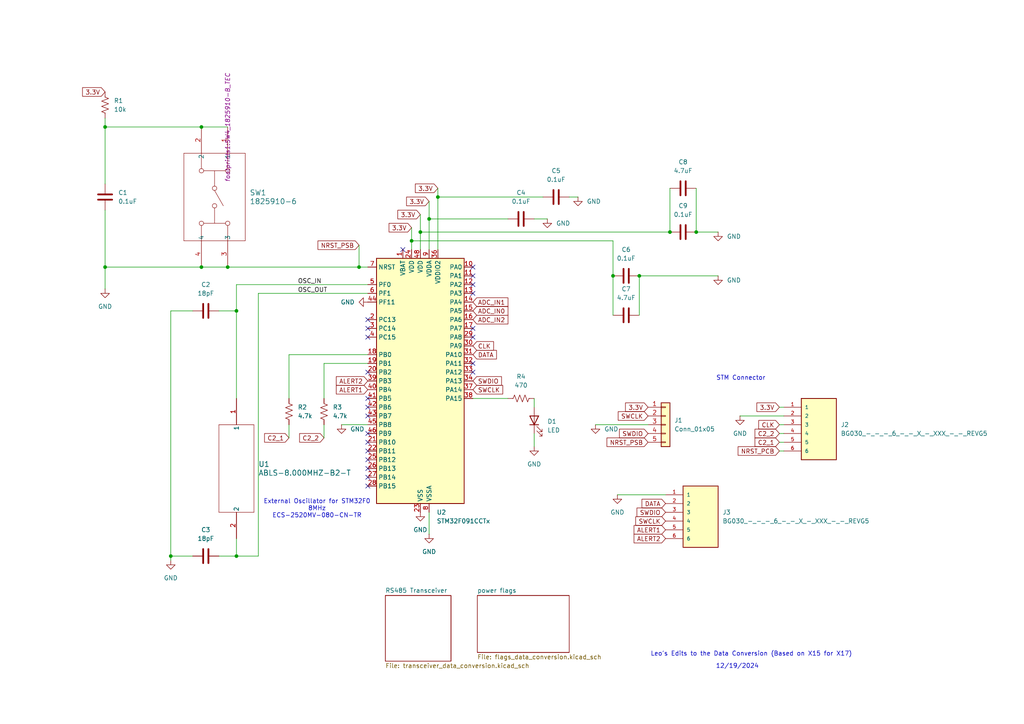
<source format=kicad_sch>
(kicad_sch (version 20231120) (generator "eeschema") (generator_version "8.0")
  (paper "A4")
  (lib_symbols
    (symbol "BG030_-_-_-_6_-_-_X_-_XXX_-_-_REVG5:BG030_-_-_-_6_-_-_X_-_XXX_-_-_REVG5" (pin_names (offset 1.016))
      (property "Reference" "J" (at -5.08 8.509 0))
      (property "Value" "BG030_-_-_-_6_-_-_X_-_XXX_-_-_REVG5" (at -5.08 -12.7 0))
      (symbol "BG030_-_-_-_6_-_-_X_-_XXX_-_-_REVG5_0_0"
        (rectangle (start -5.08 7.62) (end 5.08 -10.16) (stroke (width 0.254)) (fill (type background)))
        (pin passive line (at -10.16 5.08 0) (length 5.08) (name "1") (number "1"))
        (pin passive line (at -10.16 2.54 0) (length 5.08) (name "2") (number "2"))
        (pin passive line (at -10.16 0 0) (length 5.08) (name "3") (number "3"))
        (pin passive line (at -10.16 -2.54 0) (length 5.08) (name "4") (number "4"))
        (pin passive line (at -10.16 -5.08 0) (length 5.08) (name "5") (number "5"))
        (pin passive line (at -10.16 -7.62 0) (length 5.08) (name "6") (number "6"))
      )
    )
    (symbol "Connector_Generic:Conn_01x05" (pin_names (offset 1.016) hide)
      (property "Reference" "J" (at 0 7.62 0))
      (property "Value" "Conn_01x05" (at 0 -7.62 0))
      (symbol "Conn_01x05_1_1"
        (rectangle (start -1.27 -4.953) (end 0 -5.207) (stroke (width 0.1524)))
        (rectangle (start -1.27 -2.413) (end 0 -2.667) (stroke (width 0.1524)))
        (rectangle (start -1.27 0.127) (end 0 -0.127) (stroke (width 0.1524)))
        (rectangle (start -1.27 2.667) (end 0 2.413) (stroke (width 0.1524)))
        (rectangle (start -1.27 5.207) (end 0 4.953) (stroke (width 0.1524)))
        (rectangle (start -1.27 6.35) (end 1.27 -6.35) (stroke (width 0.254)) (fill (type background)))
        (pin passive line (at -5.08 5.08 0) (length 3.81) (name "Pin_1") (number "1"))
        (pin passive line (at -5.08 2.54 0) (length 3.81) (name "Pin_2") (number "2"))
        (pin passive line (at -5.08 0 0) (length 3.81) (name "Pin_3") (number "3"))
        (pin passive line (at -5.08 -2.54 0) (length 3.81) (name "Pin_4") (number "4"))
        (pin passive line (at -5.08 -5.08 0) (length 3.81) (name "Pin_5") (number "5"))
      )
    )
    (symbol "Device:C" (pin_numbers hide) (pin_names (offset 0.254))
      (property "Reference" "C" (at 0.635 2.54 0))
      (property "Value" "C" (at 0.635 -2.54 0))
      (symbol "C_0_1"
        (polyline (pts (xy -2.032 -0.762) (xy 2.032 -0.762)) (stroke (width 0.508)))
        (polyline (pts (xy -2.032 0.762) (xy 2.032 0.762)) (stroke (width 0.508)))
      )
      (symbol "C_1_1"
        (pin passive line (at 0 3.81 270) (length 2.794) (name "~") (number "1"))
        (pin passive line (at 0 -3.81 90) (length 2.794) (name "~") (number "2"))
      )
    )
    (symbol "Device:LED" (pin_numbers hide) (pin_names (offset 1.016) hide)
      (property "Reference" "D" (at 0 2.54 0))
      (property "Value" "LED" (at 0 -2.54 0))
      (symbol "LED_0_1"
        (polyline (pts (xy -1.27 -1.27) (xy -1.27 1.27)) (stroke (width 0.254)))
        (polyline (pts (xy -1.27 0) (xy 1.27 0)))
        (polyline (pts (xy 1.27 -1.27) (xy 1.27 1.27) (xy -1.27 0) (xy 1.27 -1.27)) (stroke (width 0.254)))
        (polyline (pts (xy -3.048 -0.762) (xy -4.572 -2.286) (xy -3.81 -2.286) (xy -4.572 -2.286) (xy -4.572 -1.524)))
        (polyline (pts (xy -1.778 -0.762) (xy -3.302 -2.286) (xy -2.54 -2.286) (xy -3.302 -2.286) (xy -3.302 -1.524)))
      )
      (symbol "LED_1_1"
        (pin passive line (at -3.81 0 0) (length 2.54) (name "K") (number "1"))
        (pin passive line (at 3.81 0 180) (length 2.54) (name "A") (number "2"))
      )
    )
    (symbol "Device:R_US" (pin_numbers hide) (pin_names (offset 0))
      (property "Reference" "R" (at 2.54 0 90))
      (property "Value" "R_US" (at -2.54 0 90))
      (symbol "R_US_0_1"
        (polyline (pts (xy 0 -2.286) (xy 0 -2.54)))
        (polyline (pts (xy 0 2.286) (xy 0 2.54)))
        (polyline (pts (xy 0 -0.762) (xy 1.016 -1.143) (xy 0 -1.524) (xy -1.016 -1.905) (xy 0 -2.286)))
        (polyline (pts (xy 0 0.762) (xy 1.016 0.381) (xy 0 0) (xy -1.016 -0.381) (xy 0 -0.762)))
        (polyline (pts (xy 0 2.286) (xy 1.016 1.905) (xy 0 1.524) (xy -1.016 1.143) (xy 0 0.762)))
      )
      (symbol "R_US_1_1"
        (pin passive line (at 0 3.81 270) (length 1.27) (name "~") (number "1"))
        (pin passive line (at 0 -3.81 90) (length 1.27) (name "~") (number "2"))
      )
    )
    (symbol "MCU_ST_STM32F0:STM32F091CCTx"
      (property "Reference" "U" (at -12.7 36.83 0))
      (property "Value" "STM32F091CCTx" (at 7.62 36.83 0))
      (symbol "STM32F091CCTx_0_1"
        (rectangle (start -12.7 -35.56) (end 12.7 35.56) (stroke (width 0.254)) (fill (type background)))
      )
      (symbol "STM32F091CCTx_1_1"
        (pin power_in line (at -5.08 38.1 270) (length 2.54) (name "VBAT") (number "1"))
        (pin bidirectional line (at 15.24 33.02 180) (length 2.54) (name "PA0") (number "10"))
        (pin bidirectional line (at 15.24 30.48 180) (length 2.54) (name "PA1") (number "11"))
        (pin bidirectional line (at 15.24 27.94 180) (length 2.54) (name "PA2") (number "12"))
        (pin bidirectional line (at 15.24 25.4 180) (length 2.54) (name "PA3") (number "13"))
        (pin bidirectional line (at 15.24 22.86 180) (length 2.54) (name "PA4") (number "14"))
        (pin bidirectional line (at 15.24 20.32 180) (length 2.54) (name "PA5") (number "15"))
        (pin bidirectional line (at 15.24 17.78 180) (length 2.54) (name "PA6") (number "16"))
        (pin bidirectional line (at 15.24 15.24 180) (length 2.54) (name "PA7") (number "17"))
        (pin bidirectional line (at -15.24 7.62 0) (length 2.54) (name "PB0") (number "18"))
        (pin bidirectional line (at -15.24 5.08 0) (length 2.54) (name "PB1") (number "19"))
        (pin bidirectional line (at -15.24 17.78 0) (length 2.54) (name "PC13") (number "2"))
        (pin bidirectional line (at -15.24 2.54 0) (length 2.54) (name "PB2") (number "20"))
        (pin bidirectional line (at -15.24 -17.78 0) (length 2.54) (name "PB10") (number "21"))
        (pin bidirectional line (at -15.24 -20.32 0) (length 2.54) (name "PB11") (number "22"))
        (pin power_in line (at 0 -38.1 90) (length 2.54) (name "VSS") (number "23"))
        (pin power_in line (at -2.54 38.1 270) (length 2.54) (name "VDD") (number "24"))
        (pin bidirectional line (at -15.24 -22.86 0) (length 2.54) (name "PB12") (number "25"))
        (pin bidirectional line (at -15.24 -25.4 0) (length 2.54) (name "PB13") (number "26"))
        (pin bidirectional line (at -15.24 -27.94 0) (length 2.54) (name "PB14") (number "27"))
        (pin bidirectional line (at -15.24 -30.48 0) (length 2.54) (name "PB15") (number "28"))
        (pin bidirectional line (at 15.24 12.7 180) (length 2.54) (name "PA8") (number "29"))
        (pin bidirectional line (at -15.24 15.24 0) (length 2.54) (name "PC14") (number "3"))
        (pin bidirectional line (at 15.24 10.16 180) (length 2.54) (name "PA9") (number "30"))
        (pin bidirectional line (at 15.24 7.62 180) (length 2.54) (name "PA10") (number "31"))
        (pin bidirectional line (at 15.24 5.08 180) (length 2.54) (name "PA11") (number "32"))
        (pin bidirectional line (at 15.24 2.54 180) (length 2.54) (name "PA12") (number "33"))
        (pin bidirectional line (at 15.24 0 180) (length 2.54) (name "PA13") (number "34"))
        (pin passive line (at 0 -38.1 90) (length 2.54) hide (name "VSS") (number "35"))
        (pin power_in line (at 5.08 38.1 270) (length 2.54) (name "VDDIO2") (number "36"))
        (pin bidirectional line (at 15.24 -2.54 180) (length 2.54) (name "PA14") (number "37"))
        (pin bidirectional line (at 15.24 -5.08 180) (length 2.54) (name "PA15") (number "38"))
        (pin bidirectional line (at -15.24 0 0) (length 2.54) (name "PB3") (number "39"))
        (pin bidirectional line (at -15.24 12.7 0) (length 2.54) (name "PC15") (number "4"))
        (pin bidirectional line (at -15.24 -2.54 0) (length 2.54) (name "PB4") (number "40"))
        (pin bidirectional line (at -15.24 -5.08 0) (length 2.54) (name "PB5") (number "41"))
        (pin bidirectional line (at -15.24 -7.62 0) (length 2.54) (name "PB6") (number "42"))
        (pin bidirectional line (at -15.24 -10.16 0) (length 2.54) (name "PB7") (number "43"))
        (pin bidirectional line (at -15.24 22.86 0) (length 2.54) (name "PF11") (number "44"))
        (pin bidirectional line (at -15.24 -12.7 0) (length 2.54) (name "PB8") (number "45"))
        (pin bidirectional line (at -15.24 -15.24 0) (length 2.54) (name "PB9") (number "46"))
        (pin passive line (at 0 -38.1 90) (length 2.54) hide (name "VSS") (number "47"))
        (pin power_in line (at 0 38.1 270) (length 2.54) (name "VDD") (number "48"))
        (pin bidirectional line (at -15.24 27.94 0) (length 2.54) (name "PF0") (number "5"))
        (pin bidirectional line (at -15.24 25.4 0) (length 2.54) (name "PF1") (number "6"))
        (pin input line (at -15.24 33.02 0) (length 2.54) (name "NRST") (number "7"))
        (pin power_in line (at 2.54 -38.1 90) (length 2.54) (name "VSSA") (number "8"))
        (pin power_in line (at 2.54 38.1 270) (length 2.54) (name "VDDA") (number "9"))
      )
    )
    (symbol "STM Switch Symbol:1825910-6" (pin_names (offset 0.254))
      (property "Reference" "SW" (at 20.32 10.16 0))
      (property "Value" "1825910-6" (at 20.32 7.62 0))
      (symbol "1825910-6_0_1"
        (polyline (pts (xy 7.62 -12.7) (xy 33.02 -12.7)) (stroke (width 0.127)))
        (polyline (pts (xy 7.62 -7.62) (xy 12.065 -7.62)) (stroke (width 0.127)))
        (polyline (pts (xy 7.62 0) (xy 12.065 0)) (stroke (width 0.127)))
        (polyline (pts (xy 7.62 5.08) (xy 7.62 -12.7)) (stroke (width 0.127)))
        (polyline (pts (xy 12.7 -3.81) (xy 17.145 -3.81)) (stroke (width 0.127)))
        (polyline (pts (xy 12.7 -0.635) (xy 12.7 -6.985)) (stroke (width 0.127)))
        (polyline (pts (xy 18.415 -3.81) (xy 22.86 -1.27)) (stroke (width 0.127)))
        (polyline (pts (xy 27.94 -3.81) (xy 23.495 -3.81)) (stroke (width 0.127)))
        (polyline (pts (xy 27.94 -0.635) (xy 27.94 -6.985)) (stroke (width 0.127)))
        (polyline (pts (xy 33.02 -12.7) (xy 33.02 5.08)) (stroke (width 0.127)))
        (polyline (pts (xy 33.02 -7.62) (xy 28.575 -7.62)) (stroke (width 0.127)))
        (polyline (pts (xy 33.02 0) (xy 28.575 0)) (stroke (width 0.127)))
        (polyline (pts (xy 33.02 5.08) (xy 7.62 5.08)) (stroke (width 0.127)))
        (circle (center 12.7 -7.62) (radius 0.635) (stroke (width 0.127)))
        (circle (center 12.7 0) (radius 0.635) (stroke (width 0.127)))
        (circle (center 17.78 -3.81) (radius 0.635) (stroke (width 0.127)))
        (circle (center 22.86 -3.81) (radius 0.635) (stroke (width 0.127)))
        (circle (center 27.94 -7.62) (radius 0.635) (stroke (width 0.127)))
        (circle (center 27.94 0) (radius 0.635) (stroke (width 0.127)))
        (pin unspecified line (at 0 0 0) (length 7.62) (name "1") (number "1"))
        (pin unspecified line (at 0 -7.62 0) (length 7.62) (name "2") (number "2"))
        (pin unspecified line (at 40.64 0 180) (length 7.62) (name "3") (number "3"))
        (pin unspecified line (at 40.64 -7.62 180) (length 7.62) (name "4") (number "4"))
      )
    )
    (symbol "STM32_Oscillator:ABLS-8.000MHZ-B2-T" (pin_names (offset 0.254))
      (property "Reference" "U" (at 20.32 10.16 0))
      (property "Value" "ABLS-8.000MHZ-B2-T" (at 20.32 7.62 0))
      (symbol "ABLS-8.000MHZ-B2-T_0_1"
        (polyline (pts (xy 7.62 -5.08) (xy 33.02 -5.08)) (stroke (width 0.127)))
        (polyline (pts (xy 7.62 5.08) (xy 7.62 -5.08)) (stroke (width 0.127)))
        (polyline (pts (xy 33.02 -5.08) (xy 33.02 5.08)) (stroke (width 0.127)))
        (polyline (pts (xy 33.02 5.08) (xy 7.62 5.08)) (stroke (width 0.127)))
        (pin unspecified line (at 0 0 0) (length 7.62) (name "1") (number "1"))
        (pin unspecified line (at 40.64 0 180) (length 7.62) (name "2") (number "2"))
      )
    )
    (symbol "power:GND" (power) (pin_numbers hide) (pin_names (offset 0) hide)
      (property "Value" "GND" (at 0 -3.81 0))
      (symbol "GND_0_1"
        (polyline (pts (xy 0 0) (xy 0 -1.27) (xy 1.27 -1.27) (xy 0 -2.54) (xy -1.27 -1.27) (xy 0 -1.27)))
      )
      (symbol "GND_1_1"
        (pin power_in line (at 0 0 270) (length 0) (name "~") (number "1"))
      )
    )
  )
  (junction (at 66.04 77.47))
  (junction (at 30.48 36.83))
  (junction (at 49.53 161.29))
  (junction (at 124.46 63.5))
  (junction (at 58.42 36.83))
  (junction (at 127 57.15))
  (junction (at 194.31 67.31))
  (junction (at 121.92 67.31))
  (junction (at 68.58 90.17))
  (junction (at 30.48 77.47))
  (junction (at 185.42 80.01))
  (junction (at 201.93 67.31))
  (junction (at 58.42 77.47))
  (junction (at 68.58 161.29))
  (junction (at 104.14 77.47))
  (junction (at 119.38 69.85))
  (junction (at 177.8 80.01))
  (no_connect (at 137.16 107.95))
  (no_connect (at 116.84 72.39))
  (no_connect (at 137.16 82.55))
  (no_connect (at 106.68 95.25))
  (no_connect (at 137.16 85.09))
  (no_connect (at 137.16 97.79))
  (no_connect (at 106.68 118.11))
  (no_connect (at 137.16 95.25))
  (no_connect (at 106.68 115.57))
  (no_connect (at 106.68 107.95))
  (no_connect (at 137.16 77.47))
  (no_connect (at 137.16 105.41))
  (no_connect (at 106.68 138.43))
  (no_connect (at 106.68 120.65))
  (no_connect (at 106.68 125.73))
  (no_connect (at 137.16 80.01))
  (no_connect (at 106.68 92.71))
  (no_connect (at 106.68 135.89))
  (no_connect (at 106.68 97.79))
  (no_connect (at 106.68 140.97))
  (no_connect (at 106.68 128.27))
  (no_connect (at 106.68 133.35))
  (no_connect (at 106.68 130.81))
  (wire (pts (xy 185.42 80.01) (xy 185.42 91.44)))
  (wire (pts (xy 124.46 58.42) (xy 124.46 63.5)))
  (wire (pts (xy 30.48 60.96) (xy 30.48 77.47)))
  (wire (pts (xy 227.33 123.19) (xy 226.06 123.19)))
  (wire (pts (xy 58.42 77.47) (xy 66.04 77.47)))
  (wire (pts (xy 104.14 77.47) (xy 106.68 77.47)))
  (wire (pts (xy 119.38 69.85) (xy 119.38 66.04)))
  (wire (pts (xy 179.07 143.51) (xy 193.04 143.51)))
  (wire (pts (xy 227.33 128.27) (xy 226.06 128.27)))
  (wire (pts (xy 227.33 125.73) (xy 226.06 125.73)))
  (wire (pts (xy 68.58 82.55) (xy 68.58 90.17)))
  (wire (pts (xy 106.68 102.87) (xy 83.82 102.87)))
  (wire (pts (xy 165.1 57.15) (xy 167.64 57.15)))
  (wire (pts (xy 63.5 90.17) (xy 68.58 90.17)))
  (wire (pts (xy 30.48 36.83) (xy 30.48 53.34)))
  (wire (pts (xy 58.42 36.83) (xy 66.04 36.83)))
  (wire (pts (xy 68.58 90.17) (xy 68.58 115.57)))
  (wire (pts (xy 137.16 115.57) (xy 147.32 115.57)))
  (wire (pts (xy 93.98 105.41) (xy 93.98 115.57)))
  (wire (pts (xy 104.14 71.12) (xy 104.14 77.47)))
  (wire (pts (xy 30.48 77.47) (xy 58.42 77.47)))
  (wire (pts (xy 30.48 77.47) (xy 30.48 83.82)))
  (wire (pts (xy 83.82 127) (xy 83.82 123.19)))
  (wire (pts (xy 49.53 162.56) (xy 49.53 161.29)))
  (wire (pts (xy 227.33 118.11) (xy 226.06 118.11)))
  (wire (pts (xy 194.31 67.31) (xy 194.31 54.61)))
  (wire (pts (xy 154.94 125.73) (xy 154.94 129.54)))
  (wire (pts (xy 63.5 161.29) (xy 68.58 161.29)))
  (wire (pts (xy 83.82 102.87) (xy 83.82 115.57)))
  (wire (pts (xy 154.94 63.5) (xy 158.75 63.5)))
  (wire (pts (xy 121.92 67.31) (xy 121.92 72.39)))
  (wire (pts (xy 74.93 85.09) (xy 106.68 85.09)))
  (wire (pts (xy 119.38 72.39) (xy 119.38 69.85)))
  (wire (pts (xy 177.8 80.01) (xy 177.8 91.44)))
  (wire (pts (xy 121.92 67.31) (xy 194.31 67.31)))
  (wire (pts (xy 68.58 161.29) (xy 74.93 161.29)))
  (wire (pts (xy 68.58 156.21) (xy 68.58 161.29)))
  (wire (pts (xy 124.46 154.94) (xy 124.46 148.59)))
  (wire (pts (xy 49.53 90.17) (xy 49.53 161.29)))
  (wire (pts (xy 66.04 77.47) (xy 104.14 77.47)))
  (wire (pts (xy 30.48 34.29) (xy 30.48 36.83)))
  (wire (pts (xy 49.53 161.29) (xy 55.88 161.29)))
  (wire (pts (xy 201.93 67.31) (xy 208.28 67.31)))
  (wire (pts (xy 74.93 161.29) (xy 74.93 85.09)))
  (wire (pts (xy 227.33 130.81) (xy 226.06 130.81)))
  (wire (pts (xy 124.46 63.5) (xy 124.46 72.39)))
  (wire (pts (xy 177.8 80.01) (xy 177.8 69.85)))
  (wire (pts (xy 99.06 123.19) (xy 106.68 123.19)))
  (wire (pts (xy 214.63 120.65) (xy 227.33 120.65)))
  (wire (pts (xy 127 57.15) (xy 157.48 57.15)))
  (wire (pts (xy 55.88 90.17) (xy 49.53 90.17)))
  (wire (pts (xy 93.98 127) (xy 93.98 123.19)))
  (wire (pts (xy 127 57.15) (xy 127 54.61)))
  (wire (pts (xy 106.68 105.41) (xy 93.98 105.41)))
  (wire (pts (xy 68.58 82.55) (xy 106.68 82.55)))
  (wire (pts (xy 154.94 115.57) (xy 154.94 118.11)))
  (wire (pts (xy 121.92 62.23) (xy 121.92 67.31)))
  (wire (pts (xy 172.72 123.19) (xy 187.96 123.19)))
  (wire (pts (xy 127 57.15) (xy 127 72.39)))
  (wire (pts (xy 185.42 80.01) (xy 208.28 80.01)))
  (wire (pts (xy 124.46 63.5) (xy 147.32 63.5)))
  (wire (pts (xy 201.93 67.31) (xy 201.93 54.61)))
  (wire (pts (xy 119.38 69.85) (xy 177.8 69.85)))
  (wire (pts (xy 30.48 36.83) (xy 58.42 36.83)))
  (text "Leo's Edits to the Data Conversion (Based on X15 for X17)\n" (at 217.932 189.738 0) (effects (font (size 1.27 1.27))))
  (text "STM Connector\n" (at 214.884 109.728 0) (effects (font (size 1.27 1.27))))
  (text "12/19/2024\n" (at 213.868 193.294 0) (effects (font (size 1.27 1.27))))
  (text "External Oscillator for STM32F0\n8MHz\nECS-2520MV-080-CN-TR" (at 91.948 147.574 0) (effects (font (size 1.27 1.27))))
  (label "OSC_OUT" (at 86.36 85.09 0))
  (label "OSC_IN" (at 86.36 82.55 0))
  (global_label "SWCLK" (shape input) (at 193.04 151.13 180) (property "Intersheetrefs" "${INTERSHEET_REFS}" (effects (hide yes))))
  (global_label "C2_2" (shape input) (at 226.06 125.73 180) (property "Intersheetrefs" "${INTERSHEET_REFS}" (effects (hide yes))))
  (global_label "3.3V" (shape input) (at 187.96 118.11 180) (property "Intersheetrefs" "${INTERSHEET_REFS}" (effects (hide yes))))
  (global_label "NRST_PSB" (shape input) (at 187.96 128.27 180) (property "Intersheetrefs" "${INTERSHEET_REFS}" (effects (hide yes))))
  (global_label "ADC_IN0" (shape input) (at 137.16 90.17 0) (property "Intersheetrefs" "${INTERSHEET_REFS}" (effects (hide yes))))
  (global_label "SWDIO" (shape input) (at 193.04 148.59 180) (property "Intersheetrefs" "${INTERSHEET_REFS}" (effects (hide yes))))
  (global_label "DATA" (shape input) (at 137.16 102.87 0) (property "Intersheetrefs" "${INTERSHEET_REFS}" (effects (hide yes))))
  (global_label "SWDIO" (shape input) (at 187.96 125.73 180) (property "Intersheetrefs" "${INTERSHEET_REFS}" (effects (hide yes))))
  (global_label "3.3V" (shape input) (at 127 54.61 180) (property "Intersheetrefs" "${INTERSHEET_REFS}" (effects (hide yes))))
  (global_label "3.3V" (shape input) (at 121.92 62.23 180) (property "Intersheetrefs" "${INTERSHEET_REFS}" (effects (hide yes))))
  (global_label "NRST_PSB" (shape input) (at 104.14 71.12 180) (property "Intersheetrefs" "${INTERSHEET_REFS}" (effects (hide yes))))
  (global_label "SWCLK" (shape input) (at 137.16 113.03 0) (property "Intersheetrefs" "${INTERSHEET_REFS}" (effects (hide yes))))
  (global_label "3.3V" (shape input) (at 124.46 58.42 180) (property "Intersheetrefs" "${INTERSHEET_REFS}" (effects (hide yes))))
  (global_label "C2_2" (shape input) (at 93.98 127 180) (property "Intersheetrefs" "${INTERSHEET_REFS}" (effects (hide yes))))
  (global_label "ADC_IN2" (shape input) (at 137.16 92.71 0) (property "Intersheetrefs" "${INTERSHEET_REFS}" (effects (hide yes))))
  (global_label "3.3V" (shape input) (at 226.06 118.11 180) (property "Intersheetrefs" "${INTERSHEET_REFS}" (effects (hide yes))))
  (global_label "C2_1" (shape input) (at 83.82 127 180) (property "Intersheetrefs" "${INTERSHEET_REFS}" (effects (hide yes))))
  (global_label "ALERT2" (shape input) (at 106.68 110.49 180) (property "Intersheetrefs" "${INTERSHEET_REFS}" (effects (hide yes))))
  (global_label "3.3V" (shape input) (at 119.38 66.04 180) (property "Intersheetrefs" "${INTERSHEET_REFS}" (effects (hide yes))))
  (global_label "3.3V" (shape input) (at 30.48 26.67 180) (property "Intersheetrefs" "${INTERSHEET_REFS}" (effects (hide yes))))
  (global_label "ALERT1" (shape input) (at 193.04 153.67 180) (property "Intersheetrefs" "${INTERSHEET_REFS}" (effects (hide yes))))
  (global_label "SWDIO" (shape input) (at 137.16 110.49 0) (property "Intersheetrefs" "${INTERSHEET_REFS}" (effects (hide yes))))
  (global_label "NRST_PCB" (shape input) (at 226.06 130.81 180) (property "Intersheetrefs" "${INTERSHEET_REFS}" (effects (hide yes))))
  (global_label "SWCLK" (shape input) (at 187.96 120.65 180) (property "Intersheetrefs" "${INTERSHEET_REFS}" (effects (hide yes))))
  (global_label "ADC_IN1" (shape input) (at 137.16 87.63 0) (property "Intersheetrefs" "${INTERSHEET_REFS}" (effects (hide yes))))
  (global_label "DATA" (shape input) (at 193.04 146.05 180) (property "Intersheetrefs" "${INTERSHEET_REFS}" (effects (hide yes))))
  (global_label "ALERT1" (shape input) (at 106.68 113.03 180) (property "Intersheetrefs" "${INTERSHEET_REFS}" (effects (hide yes))))
  (global_label "C2_1" (shape input) (at 226.06 128.27 180) (property "Intersheetrefs" "${INTERSHEET_REFS}" (effects (hide yes))))
  (global_label "ALERT2" (shape input) (at 193.04 156.21 180) (property "Intersheetrefs" "${INTERSHEET_REFS}" (effects (hide yes))))
  (global_label "CLK" (shape input) (at 137.16 100.33 0) (property "Intersheetrefs" "${INTERSHEET_REFS}" (effects (hide yes))))
  (global_label "CLK" (shape input) (at 226.06 123.19 180) (property "Intersheetrefs" "${INTERSHEET_REFS}" (effects (hide yes))))
  (symbol (lib_id "power:GND") (at 179.07 143.51 0) (unit 1)
    (property "Reference" "#PWR017" (effects (hide yes)))
    (property "Value" "GND" (at 179.07 148.59 0))
    (property "Description" "Power symbol creates a global label with name \"GND\" , ground" (effects (hide yes)))
  )
  (symbol (lib_id "power:GND") (at 167.64 57.15 0) (unit 1)
    (property "Reference" "#PWR09" (effects (hide yes)))
    (property "Value" "GND" (at 170.18 58.4199 0) (effects (justify left)))
    (property "Description" "Power symbol creates a global label with name \"GND\" , ground" (effects (hide yes)))
  )
  (symbol (lib_id "power:GND") (at 121.92 148.59 0) (unit 1)
    (property "Reference" "#PWR05" (effects (hide yes)))
    (property "Value" "GND" (at 121.92 153.67 0))
    (property "Description" "Power symbol creates a global label with name \"GND\" , ground" (effects (hide yes)))
  )
  (symbol (lib_id "Device:LED") (at 154.94 121.92 90) (unit 1)
    (property "Reference" "D1" (at 158.75 122.2374 90) (effects (justify right)))
    (property "Value" "LED" (at 158.75 124.7774 90) (effects (justify right)))
    (property "Footprint" "LED_SMD:LED_0805_2012Metric_Pad1.15x1.40mm_HandSolder" (effects (hide yes)))
    (property "Description" "Light emitting diode" (effects (hide yes)))
  )
  (symbol (lib_id "Device:C") (at 59.69 90.17 270) (unit 1)
    (property "Reference" "C2" (at 59.69 82.55 90))
    (property "Value" "18pF" (at 59.69 85.09 90))
    (property "Footprint" "Capacitor_SMD:C_0603_1608Metric_Pad1.08x0.95mm_HandSolder" (effects (hide yes)))
    (property "Description" "Unpolarized capacitor" (effects (hide yes)))
  )
  (symbol (lib_id "power:GND") (at 30.48 83.82 0) (unit 1)
    (property "Reference" "#PWR01" (effects (hide yes)))
    (property "Value" "GND" (at 30.48 88.9 0))
    (property "Description" "Power symbol creates a global label with name \"GND\" , ground" (effects (hide yes)))
  )
  (symbol (lib_id "power:GND") (at 172.72 123.19 0) (unit 1)
    (property "Reference" "#PWR010" (effects (hide yes)))
    (property "Value" "GND" (at 175.26 124.4599 0) (effects (justify left)))
    (property "Description" "Power symbol creates a global label with name \"GND\" , ground" (effects (hide yes)))
  )
  (symbol (lib_id "MCU_ST_STM32F0:STM32F091CCTx") (at 121.92 110.49 0) (unit 1)
    (property "Reference" "U2" (at 126.6541 148.59 0) (effects (justify left)))
    (property "Value" "STM32F091CCTx" (at 126.6541 151.13 0) (effects (justify left)))
    (property "Footprint" "Package_QFP:LQFP-48_7x7mm_P0.5mm" (effects (hide yes)))
    (property "Datasheet" "https://www.st.com/resource/en/datasheet/stm32f091cc.pdf" (effects (hide yes)))
    (property "Description" "STMicroelectronics Arm Cortex-M0 MCU, 256KB flash, 32KB RAM, 48 MHz, 2.0-3.6V, 38 GPIO, LQFP48" (effects (hide yes)))
  )
  (symbol (lib_id "power:GND") (at 154.94 129.54 0) (unit 1)
    (property "Reference" "#PWR07" (effects (hide yes)))
    (property "Value" "GND" (at 154.94 134.62 0))
    (property "Description" "Power symbol creates a global label with name \"GND\" , ground" (effects (hide yes)))
  )
  (symbol (lib_id "BG030_-_-_-_6_-_-_X_-_XXX_-_-_REVG5:BG030_-_-_-_6_-_-_X_-_XXX_-_-_REVG5") (at 203.2 148.59 0) (unit 1)
    (property "Reference" "J3" (at 209.55 148.5899 0) (effects (justify left)))
    (property "Value" "BG030_-_-_-_6_-_-_X_-_XXX_-_-_REVG5" (at 209.55 151.1299 0) (effects (justify left)))
    (property "Footprint" "61300611121:61300611121" (effects (hide yes)))
    (property "MF" "Global Connector Technology" (effects (hide yes)))
    (property "Description_1" "\n                        \n" (effects (hide yes)))
    (property "Package" "None" (effects (hide yes)))
    (property "Price" "None" (effects (hide yes)))
    (property "Check_prices" "https://www.snapeda.com/parts/BG030-06-X-XXXX-XXXX-X-X/Global+Connector+Technology/view-part/?ref=eda" (effects (hide yes)))
    (property "STANDARD" "Manufacturer Recommendations" (effects (hide yes)))
    (property "PARTREV" "G5" (effects (hide yes)))
    (property "SnapEDA_Link" "https://www.snapeda.com/parts/BG030-06-X-XXXX-XXXX-X-X/Global+Connector+Technology/view-part/?ref=snap" (effects (hide yes)))
    (property "MP" "BG030-06-X-XXXX-XXXX-X-X" (effects (hide yes)))
    (property "MANUFACTURER" "Global Connector Technology" (effects (hide yes)))
    (property "Availability" "Not in stock" (effects (hide yes)))
    (property "SNAPEDA_PN" "BG030 — — — 6 — — x — xxx — —" (effects (hide yes)))
  )
  (symbol (lib_id "Device:C") (at 181.61 80.01 270) (unit 1)
    (property "Reference" "C6" (at 181.61 72.39 90))
    (property "Value" "0.1uF" (at 181.61 74.93 90))
    (property "Footprint" "Capacitor_SMD:C_0603_1608Metric_Pad1.08x0.95mm_HandSolder" (effects (hide yes)))
    (property "Description" "Unpolarized capacitor" (effects (hide yes)))
  )
  (symbol (lib_id "Device:C") (at 30.48 57.15 0) (unit 1)
    (property "Reference" "C1" (at 34.29 55.8799 0) (effects (justify left)))
    (property "Value" "0.1uF" (at 34.29 58.4199 0) (effects (justify left)))
    (property "Footprint" "Capacitor_SMD:C_0603_1608Metric_Pad1.08x0.95mm_HandSolder" (effects (hide yes)))
    (property "Description" "Unpolarized capacitor" (effects (hide yes)))
  )
  (symbol (lib_id "Connector_Generic:Conn_01x05") (at 193.04 123.19 0) (unit 1)
    (property "Reference" "J1" (at 195.58 121.9199 0) (effects (justify left)))
    (property "Value" "Conn_01x05" (at 195.58 124.4599 0) (effects (justify left)))
    (property "Footprint" "Connector_PinHeader_2.54mm:PinHeader_1x05_P2.54mm_Vertical" (effects (hide yes)))
    (property "Description" "Generic connector, single row, 01x05, script generated (kicad-library-utils/schlib/autogen/connector/)" (effects (hide yes)))
  )
  (symbol (lib_id "BG030_-_-_-_6_-_-_X_-_XXX_-_-_REVG5:BG030_-_-_-_6_-_-_X_-_XXX_-_-_REVG5") (at 237.49 123.19 0) (unit 1)
    (property "Reference" "J2" (at 243.84 123.1899 0) (effects (justify left)))
    (property "Value" "BG030_-_-_-_6_-_-_X_-_XXX_-_-_REVG5" (at 243.84 125.7299 0) (effects (justify left)))
    (property "Footprint" "61300611121:61300611121" (effects (hide yes)))
    (property "MF" "Global Connector Technology" (effects (hide yes)))
    (property "Description_1" "\n                        \n" (effects (hide yes)))
    (property "Package" "None" (effects (hide yes)))
    (property "Price" "None" (effects (hide yes)))
    (property "Check_prices" "https://www.snapeda.com/parts/BG030-06-X-XXXX-XXXX-X-X/Global+Connector+Technology/view-part/?ref=eda" (effects (hide yes)))
    (property "STANDARD" "Manufacturer Recommendations" (effects (hide yes)))
    (property "PARTREV" "G5" (effects (hide yes)))
    (property "SnapEDA_Link" "https://www.snapeda.com/parts/BG030-06-X-XXXX-XXXX-X-X/Global+Connector+Technology/view-part/?ref=snap" (effects (hide yes)))
    (property "MP" "BG030-06-X-XXXX-XXXX-X-X" (effects (hide yes)))
    (property "MANUFACTURER" "Global Connector Technology" (effects (hide yes)))
    (property "Availability" "Not in stock" (effects (hide yes)))
    (property "SNAPEDA_PN" "BG030 — — — 6 — — x — xxx — —" (effects (hide yes)))
  )
  (symbol (lib_id "STM Switch Symbol:1825910-6") (at 66.04 36.83 270) (unit 1)
    (property "Reference" "SW1" (at 72.39 55.8799 90) (effects (font (size 1.524 1.524)) (justify left)))
    (property "Value" "1825910-6" (at 72.39 58.4199 90) (effects (font (size 1.524 1.524)) (justify left)))
    (property "Footprint" "footprints1:SW4_1825910-B_TEC" (at 66.04 36.83 0) (effects (font (italic yes))))
    (property "Datasheet" "1825910-6" (effects (hide yes)))
  )
  (symbol (lib_id "Device:R_US") (at 30.48 30.48 0) (unit 1)
    (property "Reference" "R1" (at 33.02 29.2099 0) (effects (justify left)))
    (property "Value" "10k" (at 33.02 31.7499 0) (effects (justify left)))
    (property "Footprint" "Resistor_SMD:R_0603_1608Metric_Pad0.98x0.95mm_HandSolder" (effects (hide yes)))
    (property "Description" "Resistor, US symbol" (effects (hide yes)))
  )
  (symbol (lib_id "Device:C") (at 151.13 63.5 270) (unit 1)
    (property "Reference" "C4" (at 151.13 55.88 90))
    (property "Value" "0.1uF" (at 151.13 58.42 90))
    (property "Footprint" "Capacitor_SMD:C_0603_1608Metric_Pad1.08x0.95mm_HandSolder" (effects (hide yes)))
    (property "Description" "Unpolarized capacitor" (effects (hide yes)))
  )
  (symbol (lib_id "Device:R_US") (at 93.98 119.38 0) (unit 1)
    (property "Reference" "R3" (at 96.52 118.1099 0) (effects (justify left)))
    (property "Value" "4.7k" (at 96.52 120.6499 0) (effects (justify left)))
    (property "Footprint" "Resistor_SMD:R_0603_1608Metric_Pad0.98x0.95mm_HandSolder" (effects (hide yes)))
    (property "Description" "Resistor, US symbol" (effects (hide yes)))
  )
  (symbol (lib_id "power:GND") (at 49.53 162.56 0) (unit 1)
    (property "Reference" "#PWR02" (effects (hide yes)))
    (property "Value" "GND" (at 49.53 167.64 0))
    (property "Description" "Power symbol creates a global label with name \"GND\" , ground" (effects (hide yes)))
  )
  (symbol (lib_id "power:GND") (at 208.28 80.01 0) (unit 1)
    (property "Reference" "#PWR012" (effects (hide yes)))
    (property "Value" "GND" (at 210.82 81.2799 0) (effects (justify left)))
    (property "Description" "Power symbol creates a global label with name \"GND\" , ground" (effects (hide yes)))
  )
  (symbol (lib_id "Device:C") (at 161.29 57.15 270) (unit 1)
    (property "Reference" "C5" (at 161.29 49.53 90))
    (property "Value" "0.1uF" (at 161.29 52.07 90))
    (property "Footprint" "Capacitor_SMD:C_0603_1608Metric_Pad1.08x0.95mm_HandSolder" (effects (hide yes)))
    (property "Description" "Unpolarized capacitor" (effects (hide yes)))
  )
  (symbol (lib_id "STM32_Oscillator:ABLS-8.000MHZ-B2-T") (at 68.58 115.57 270) (unit 1)
    (property "Reference" "U1" (at 74.93 134.6199 90) (effects (font (size 1.524 1.524)) (justify left)))
    (property "Value" "ABLS-8.000MHZ-B2-T" (at 74.93 137.1599 90) (effects (font (size 1.524 1.524)) (justify left)))
    (property "Footprint" "footprints:ABLS-8.000MHZ-B2-T_ABR" (effects (hide yes)))
    (property "Datasheet" "ABLS-8.000MHZ-B2-T" (effects (hide yes)))
  )
  (symbol (lib_id "Device:C") (at 181.61 91.44 270) (unit 1)
    (property "Reference" "C7" (at 181.61 83.82 90))
    (property "Value" "4.7uF" (at 181.61 86.36 90))
    (property "Footprint" "Capacitor_SMD:C_0603_1608Metric_Pad1.08x0.95mm_HandSolder" (effects (hide yes)))
    (property "Description" "Unpolarized capacitor" (effects (hide yes)))
  )
  (symbol (lib_id "power:GND") (at 214.63 120.65 0) (unit 1)
    (property "Reference" "#PWR016" (effects (hide yes)))
    (property "Value" "GND" (at 214.63 125.73 0))
    (property "Description" "Power symbol creates a global label with name \"GND\" , ground" (effects (hide yes)))
  )
  (symbol (lib_id "power:GND") (at 158.75 63.5 0) (unit 1)
    (property "Reference" "#PWR08" (effects (hide yes)))
    (property "Value" "GND" (at 161.29 64.7699 0) (effects (justify left)))
    (property "Description" "Power symbol creates a global label with name \"GND\" , ground" (effects (hide yes)))
  )
  (symbol (lib_id "Device:C") (at 198.12 54.61 270) (unit 1)
    (property "Reference" "C8" (at 198.12 46.99 90))
    (property "Value" "4.7uF" (at 198.12 49.53 90))
    (property "Footprint" "Capacitor_SMD:C_0603_1608Metric_Pad1.08x0.95mm_HandSolder" (effects (hide yes)))
    (property "Description" "Unpolarized capacitor" (effects (hide yes)))
  )
  (symbol (lib_id "power:GND") (at 208.28 67.31 0) (unit 1)
    (property "Reference" "#PWR011" (effects (hide yes)))
    (property "Value" "GND" (at 210.82 68.5799 0) (effects (justify left)))
    (property "Description" "Power symbol creates a global label with name \"GND\" , ground" (effects (hide yes)))
  )
  (symbol (lib_id "Device:R_US") (at 83.82 119.38 0) (unit 1)
    (property "Reference" "R2" (at 86.36 118.1099 0) (effects (justify left)))
    (property "Value" "4.7k" (at 86.36 120.6499 0) (effects (justify left)))
    (property "Footprint" "Resistor_SMD:R_0603_1608Metric_Pad0.98x0.95mm_HandSolder" (effects (hide yes)))
    (property "Description" "Resistor, US symbol" (effects (hide yes)))
  )
  (symbol (lib_id "power:GND") (at 106.68 87.63 270) (unit 1)
    (property "Reference" "#PWR03" (effects (hide yes)))
    (property "Value" "GND" (at 102.87 87.6299 90) (effects (justify right)))
    (property "Description" "Power symbol creates a global label with name \"GND\" , ground" (effects (hide yes)))
  )
  (symbol (lib_id "Device:C") (at 198.12 67.31 270) (unit 1)
    (property "Reference" "C9" (at 198.12 59.69 90))
    (property "Value" "0.1uF" (at 198.12 62.23 90))
    (property "Footprint" "Capacitor_SMD:C_0603_1608Metric_Pad1.08x0.95mm_HandSolder" (effects (hide yes)))
    (property "Description" "Unpolarized capacitor" (effects (hide yes)))
  )
  (symbol (lib_id "power:GND") (at 99.06 123.19 0) (unit 1)
    (property "Reference" "#PWR04" (effects (hide yes)))
    (property "Value" "GND" (at 101.6 124.4599 0) (effects (justify left)))
    (property "Description" "Power symbol creates a global label with name \"GND\" , ground" (effects (hide yes)))
  )
  (symbol (lib_id "Device:C") (at 59.69 161.29 270) (unit 1)
    (property "Reference" "C3" (at 59.69 153.67 90))
    (property "Value" "18pF" (at 59.69 156.21 90))
    (property "Footprint" "Capacitor_SMD:C_0603_1608Metric_Pad1.08x0.95mm_HandSolder" (effects (hide yes)))
    (property "Description" "Unpolarized capacitor" (effects (hide yes)))
  )
  (symbol (lib_id "power:GND") (at 124.46 154.94 0) (unit 1)
    (property "Reference" "#PWR06" (effects (hide yes)))
    (property "Value" "GND" (at 124.46 160.02 0))
    (property "Description" "Power symbol creates a global label with name \"GND\" , ground" (effects (hide yes)))
  )
  (symbol (lib_id "Device:R_US") (at 151.13 115.57 90) (unit 1)
    (property "Reference" "R4" (at 151.13 109.22 90))
    (property "Value" "470" (at 151.13 111.76 90))
    (property "Footprint" "Resistor_SMD:R_0603_1608Metric_Pad0.98x0.95mm_HandSolder" (effects (hide yes)))
    (property "Description" "Resistor, US symbol" (effects (hide yes)))
  )
  (sheet (at 111.76 172.72) (size 19.05 19.05) (stroke (width 0.1524))
    (property "Sheetname" "RS485 Transceiver" (at 111.76 172.0084 0) (effects (justify left bottom)))
    (property "Sheetfile" "transceiver_data_conversion.kicad_sch" (at 111.76 192.3546 0) (effects (justify left top)))
  )
  (sheet (at 138.43 172.72) (size 26.67 16.51) (stroke (width 0.1524))
    (property "Sheetname" "power flags" (at 138.43 172.0084 0) (effects (justify left bottom)))
    (property "Sheetfile" "flags_data_conversion.kicad_sch" (at 138.43 189.8146 0) (effects (justify left top)))
  )
)
</source>
